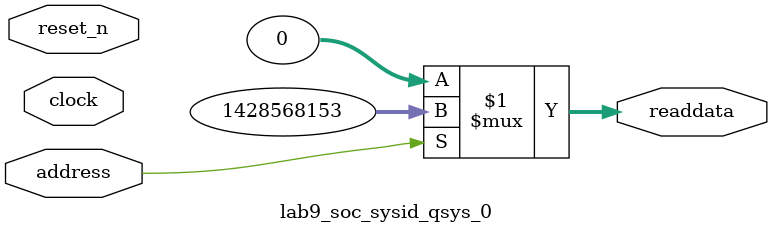
<source format=v>
module lab9_soc_sysid_qsys_0 (
                address,
                clock,
                reset_n,
                readdata
             )
;
  output  [ 31: 0] readdata;
  input            address;
  input            clock;
  input            reset_n;
  wire    [ 31: 0] readdata;
  assign readdata = address ? 1428568153 : 0;
endmodule
</source>
